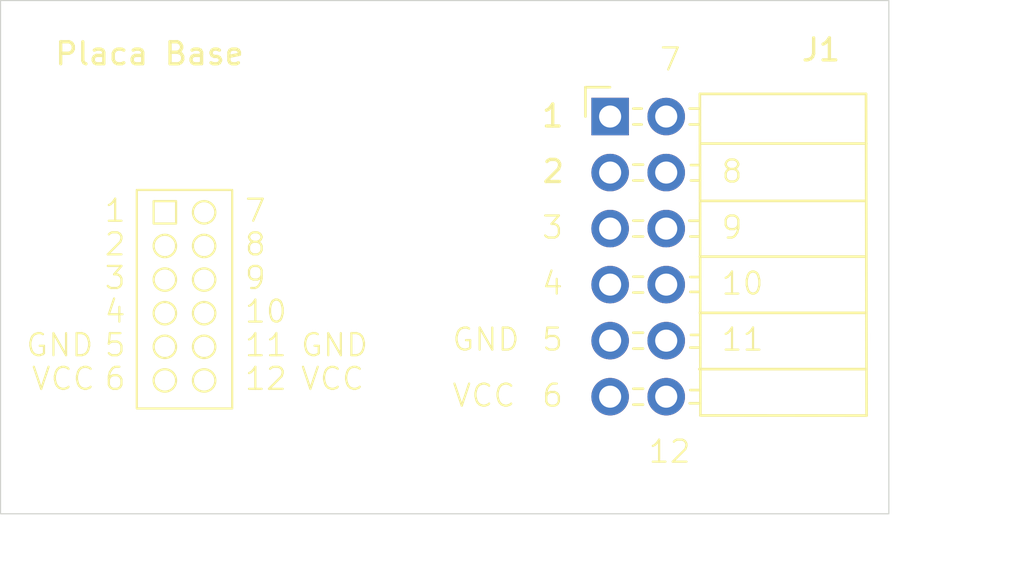
<source format=kicad_pcb>
(kicad_pcb (version 20240108) (generator "pcbnew") (generator_version "8.0")
  (layers (0 "F.Cu" signal) (31 "B.Cu" signal) (34 "B.Paste" user) (35 "F.Paste" user) (36 "B.SilkS" user "B.Silkscreen") (37 "F.SilkS" user "F.Silkscreen") (38 "B.Mask" user) (39 "F.Mask" user) (44 "Edge.Cuts" user))
  (net 0 "")
  (footprint "Connector_PinSocket_2.54mm:PinSocket_2x06_P2.54mm_Horizontal" (layer "F.Cu") (at 142.3416 71.3486)
    (property "Reference" "J1" (at 7.0104 -3.0226 0) (layer "F.SilkS"))
    (property "Value" "Conn_02x06_Top_Bottom_MountingPin")
    (fp_line (start -3.6576 -1.33) (end -3.6576 0) (stroke (width 0.12)) (layer "F.SilkS"))
    (fp_line (start -3.6576 -1.33) (end -2.5476 -1.33) (stroke (width 0.12)) (layer "F.SilkS"))
    (fp_line (start -1.49 -0.36) (end -1.11 -0.36) (stroke (width 0.12)) (layer "F.SilkS"))
    (fp_line (start -1.49 0.36) (end -1.11 0.36) (stroke (width 0.12)) (layer "F.SilkS"))
    (fp_line (start -1.49 2.18) (end -1.05 2.18) (stroke (width 0.12)) (layer "F.SilkS"))
    (fp_line (start -1.49 2.9) (end -1.05 2.9) (stroke (width 0.12)) (layer "F.SilkS"))
    (fp_line (start -1.49 4.72) (end -1.05 4.72) (stroke (width 0.12)) (layer "F.SilkS"))
    (fp_line (start -1.49 5.44) (end -1.05 5.44) (stroke (width 0.12)) (layer "F.SilkS"))
    (fp_line (start -1.49 7.26) (end -1.05 7.26) (stroke (width 0.12)) (layer "F.SilkS"))
    (fp_line (start -1.49 7.98) (end -1.05 7.98) (stroke (width 0.12)) (layer "F.SilkS"))
    (fp_line (start -1.49 9.8) (end -1.05 9.8) (stroke (width 0.12)) (layer "F.SilkS"))
    (fp_line (start -1.49 10.52) (end -1.05 10.52) (stroke (width 0.12)) (layer "F.SilkS"))
    (fp_line (start -1.49 12.34) (end -1.05 12.34) (stroke (width 0.12)) (layer "F.SilkS"))
    (fp_line (start -1.49 13.06) (end -1.05 13.06) (stroke (width 0.12)) (layer "F.SilkS"))
    (fp_line (start 1.045 4.725) (end 1.455 4.725) (stroke (width 0.12)) (layer "F.SilkS"))
    (fp_line (start 1.065 -0.36) (end 1.475 -0.36) (stroke (width 0.12)) (layer "F.SilkS"))
    (fp_line (start 1.065 0.36) (end 1.475 0.36) (stroke (width 0.12)) (layer "F.SilkS"))
    (fp_line (start 1.065 13) (end 1.475 13) (stroke (width 0.12)) (layer "F.SilkS"))
    (fp_line (start 1.09 7.275) (end 1.5 7.275) (stroke (width 0.12)) (layer "F.SilkS"))
    (fp_line (start 1.09 10.475) (end 1.5 10.475) (stroke (width 0.12)) (layer "F.SilkS"))
    (fp_line (start 1.09 12.4) (end 1.5 12.4) (stroke (width 0.12)) (layer "F.SilkS"))
    (fp_line (start 1.095 5.44) (end 1.505 5.44) (stroke (width 0.12)) (layer "F.SilkS"))
    (fp_line (start 1.095 7.95) (end 1.505 7.95) (stroke (width 0.12)) (layer "F.SilkS"))
    (fp_line (start 1.12 2.2) (end 1.53 2.2) (stroke (width 0.12)) (layer "F.SilkS"))
    (fp_line (start 1.12 2.9) (end 1.53 2.9) (stroke (width 0.12)) (layer "F.SilkS"))
    (fp_line (start 1.12 9.9) (end 1.53 9.9) (stroke (width 0.12)) (layer "F.SilkS"))
    (fp_line (start 1.5 11.45) (end 9.015 11.45) (stroke (width 0.12)) (layer "F.SilkS"))
    (fp_line (start 1.524 6.35) (end 9.039 6.35) (stroke (width 0.12)) (layer "F.SilkS"))
    (fp_line (start 1.525 -1.025) (end 1.55 13.55) (stroke (width 0.12)) (layer "F.SilkS"))
    (fp_line (start 1.525 -1.025) (end 9.05 -1.025) (stroke (width 0.12)) (layer "F.SilkS"))
    (fp_line (start 1.525 8.9) (end 9.04 8.9) (stroke (width 0.12)) (layer "F.SilkS"))
    (fp_line (start 1.535 3.825) (end 9.05 3.825) (stroke (width 0.12)) (layer "F.SilkS"))
    (fp_line (start 1.55 1.225) (end 9.065 1.225) (stroke (width 0.12)) (layer "F.SilkS"))
    (fp_line (start 1.55 13.55) (end 9.076 13.555) (stroke (width 0.12)) (layer "F.SilkS"))
    (fp_line (start 9.05 -1.025) (end 9.076 13.555) (stroke (width 0.12)) (layer "F.SilkS"))
    (pad "1" thru_hole rect (at -2.54 0) (size 1.7 1.7) (drill 1) (layers "*.Cu" "*.Mask"))
    (pad "2" thru_hole oval (at -2.54 2.54) (size 1.7 1.7) (drill 1) (layers "*.Cu" "*.Mask"))
    (pad "3" thru_hole oval (at -2.54 5.08) (size 1.7 1.7) (drill 1) (layers "*.Cu" "*.Mask"))
    (pad "4" thru_hole oval (at -2.54 7.62) (size 1.7 1.7) (drill 1) (layers "*.Cu" "*.Mask"))
    (pad "5" thru_hole oval (at -2.54 10.16) (size 1.7 1.7) (drill 1) (layers "*.Cu" "*.Mask"))
    (pad "6" thru_hole oval (at -2.54 12.7) (size 1.7 1.7) (drill 1) (layers "*.Cu" "*.Mask"))
    (pad "7" thru_hole circle (at 0 0) (size 1.7 1.7) (drill 1) (layers "*.Cu" "*.Mask"))
    (pad "8" thru_hole oval (at 0 2.54) (size 1.7 1.7) (drill 1) (layers "*.Cu" "*.Mask"))
    (pad "9" thru_hole oval (at 0 5.08) (size 1.7 1.7) (drill 1) (layers "*.Cu" "*.Mask"))
    (pad "10" thru_hole oval (at 0 7.62) (size 1.7 1.7) (drill 1) (layers "*.Cu" "*.Mask"))
    (pad "11" thru_hole oval (at 0 10.16) (size 1.7 1.7) (drill 1) (layers "*.Cu" "*.Mask"))
    (pad "12" thru_hole oval (at 0 12.7) (size 1.7 1.7) (drill 1) (layers "*.Cu" "*.Mask"))
  )
  (gr_circle (center 121.412 80.264) (end 121.92 80.264) (stroke (width 0.1)) (fill none) (layer "F.SilkS"))
  (gr_circle (center 121.412 83.312) (end 121.92 83.312) (stroke (width 0.1)) (fill none) (layer "F.SilkS"))
  (gr_circle (center 119.634 83.312) (end 120.142 83.312) (stroke (width 0.1)) (fill none) (layer "F.SilkS"))
  (gr_circle (center 121.412 78.74) (end 121.92 78.74) (stroke (width 0.1)) (fill none) (layer "F.SilkS"))
  (gr_circle (center 121.412 77.216) (end 121.92 77.216) (stroke (width 0.1)) (fill none) (layer "F.SilkS"))
  (gr_circle (center 119.634 77.216) (end 120.142 77.216) (stroke (width 0.1)) (fill none) (layer "F.SilkS"))
  (gr_circle (center 119.634 80.264) (end 120.142 80.264) (stroke (width 0.1)) (fill none) (layer "F.SilkS"))
  (gr_rect (start 118.364 74.676) (end 122.682 84.582) (stroke (width 0.1)) (fill none) (layer "F.SilkS"))
  (gr_circle (center 121.412 75.692) (end 121.92 75.692) (stroke (width 0.1)) (fill none) (layer "F.SilkS"))
  (gr_circle (center 121.412 81.788) (end 121.92 81.788) (stroke (width 0.1)) (fill none) (layer "F.SilkS"))
  (gr_circle (center 119.634 81.788) (end 120.142 81.788) (stroke (width 0.1)) (fill none) (layer "F.SilkS"))
  (gr_circle (center 119.634 78.74) (end 120.142 78.74) (stroke (width 0.1)) (fill none) (layer "F.SilkS"))
  (gr_rect (start 119.126 75.184) (end 120.142 76.2) (stroke (width 0.1)) (fill none) (layer "F.SilkS"))
  (gr_rect (start 112.1918 66.0908) (end 152.4254 89.3572) (stroke (width 0.05)) (fill none) (layer "Edge.Cuts"))
  (gr_text "GND" (at 113.284 82.296 0) (layer "F.SilkS") (effects (font (size 1 1) (thickness 0.1)) (justify left bottom)))
  (gr_text "Placa Base" (at 114.5794 69.088 0) (layer "F.SilkS") (effects (font (size 1 1)) (justify left bottom)))
  (gr_text "1" (at 136.6266 71.9074 0) (layer "F.SilkS") (effects (font (size 1 1)) (justify left bottom)))
  (gr_text "1" (at 116.84 76.2 0) (layer "F.SilkS") (effects (font (size 1 1) (thickness 0.1)) (justify left bottom)))
  (gr_text "VCC" (at 125.73 83.82 0) (layer "F.SilkS") (effects (font (size 1 1) (thickness 0.1)) (justify left bottom)))
  (gr_text "VCC" (at 113.538 83.82 0) (layer "F.SilkS") (effects (font (size 1 1) (thickness 0.1)) (justify left bottom)))
  (gr_text "5" (at 116.84 82.296 0) (layer "F.SilkS") (effects (font (size 1 1) (thickness 0.1)) (justify left bottom)))
  (gr_text "3" (at 136.652 76.962 0) (layer "F.SilkS") (effects (font (size 1 1) (thickness 0.1)) (justify left bottom)))
  (gr_text "4" (at 116.84 80.772 0) (layer "F.SilkS") (effects (font (size 1 1) (thickness 0.1)) (justify left bottom)))
  (gr_text "12" (at 123.19 83.82 0) (layer "F.SilkS") (effects (font (size 1 1) (thickness 0.1)) (justify left bottom)))
  (gr_text "10" (at 144.78 79.502 0) (layer "F.SilkS") (effects (font (size 1 1) (thickness 0.1)) (justify left bottom)))
  (gr_text "GND" (at 132.588 82.042 0) (layer "F.SilkS") (effects (font (size 1 1) (thickness 0.1)) (justify left bottom)))
  (gr_text "10" (at 123.19 80.772 0) (layer "F.SilkS") (effects (font (size 1 1) (thickness 0.1)) (justify left bottom)))
  (gr_text "12" (at 141.478 87.122 0) (layer "F.SilkS") (effects (font (size 1 1) (thickness 0.1)) (justify left bottom)))
  (gr_text "7" (at 123.19 76.2 0) (layer "F.SilkS") (effects (font (size 1 1) (thickness 0.1)) (justify left bottom)))
  (gr_text "6" (at 136.652 84.582 0) (layer "F.SilkS") (effects (font (size 1 1) (thickness 0.1)) (justify left bottom)))
  (gr_text "2" (at 136.652 74.422 0) (layer "F.SilkS") (effects (font (size 1 1)) (justify left bottom)))
  (gr_text "7" (at 141.986 69.342 0) (layer "F.SilkS") (effects (font (size 1 1) (thickness 0.1)) (justify left bottom)))
  (gr_text "2" (at 116.84 77.724 0) (layer "F.SilkS") (effects (font (size 1 1) (thickness 0.1)) (justify left bottom)))
  (gr_text "8" (at 144.78 74.422 0) (layer "F.SilkS") (effects (font (size 1 1) (thickness 0.1)) (justify left bottom)))
  (gr_text "9" (at 123.19 79.248 0) (layer "F.SilkS") (effects (font (size 1 1) (thickness 0.1)) (justify left bottom)))
  (gr_text "11" (at 123.19 82.296 0) (layer "F.SilkS") (effects (font (size 1 1) (thickness 0.1)) (justify left bottom)))
  (gr_text "11" (at 144.78 82.042 0) (layer "F.SilkS") (effects (font (size 1 1) (thickness 0.1)) (justify left bottom)))
  (gr_text "6" (at 116.84 83.82 0) (layer "F.SilkS") (effects (font (size 1 1) (thickness 0.1)) (justify left bottom)))
  (gr_text "VCC" (at 132.588 84.582 0) (layer "F.SilkS") (effects (font (size 1 1) (thickness 0.1)) (justify left bottom)))
  (gr_text "5" (at 136.652 82.042 0) (layer "F.SilkS") (effects (font (size 1 1) (thickness 0.1)) (justify left bottom)))
  (gr_text "8" (at 123.19 77.724 0) (layer "F.SilkS") (effects (font (size 1 1) (thickness 0.1)) (justify left bottom)))
  (gr_text "9" (at 144.78 76.962 0) (layer "F.SilkS") (effects (font (size 1 1) (thickness 0.1)) (justify left bottom)))
  (gr_text "GND" (at 125.73 82.296 0) (layer "F.SilkS") (effects (font (size 1 1) (thickness 0.1)) (justify left bottom)))
  (gr_text "4" (at 136.652 79.502 0) (layer "F.SilkS") (effects (font (size 1 1) (thickness 0.1)) (justify left bottom)))
  (gr_text "3" (at 116.84 79.248 0) (layer "F.SilkS") (effects (font (size 1 1) (thickness 0.1)) (justify left bottom)))
)
</source>
